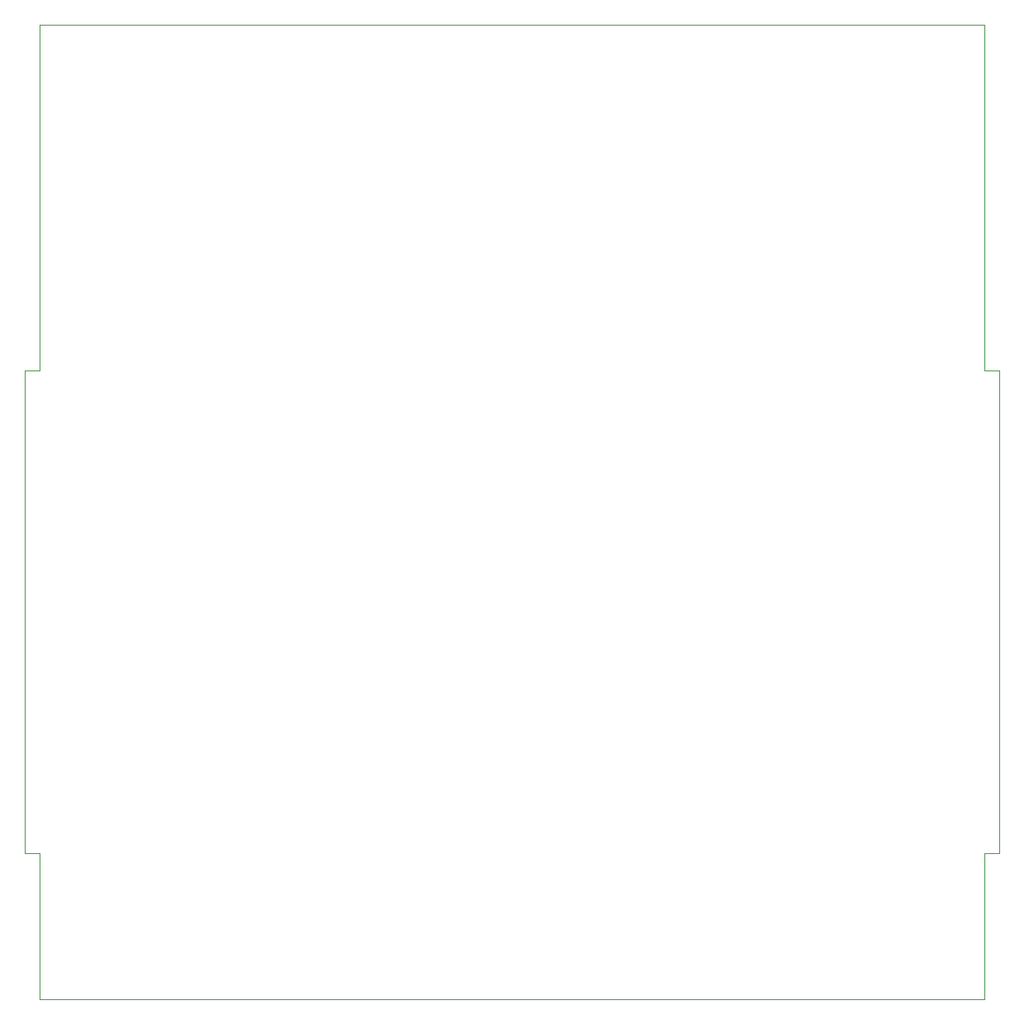
<source format=gbr>
%TF.GenerationSoftware,KiCad,Pcbnew,7.0.7*%
%TF.CreationDate,2023-10-03T09:28:03+02:00*%
%TF.ProjectId,pwmController,70776d43-6f6e-4747-926f-6c6c65722e6b,rev?*%
%TF.SameCoordinates,Original*%
%TF.FileFunction,Profile,NP*%
%FSLAX46Y46*%
G04 Gerber Fmt 4.6, Leading zero omitted, Abs format (unit mm)*
G04 Created by KiCad (PCBNEW 7.0.7) date 2023-10-03 09:28:03*
%MOMM*%
%LPD*%
G01*
G04 APERTURE LIST*
%TA.AperFunction,Profile*%
%ADD10C,0.050000*%
%TD*%
G04 APERTURE END LIST*
D10*
X188500000Y-68500000D02*
X188500000Y-118000000D01*
X188500000Y-68500000D02*
X187000000Y-68500000D01*
X187000000Y-118000000D02*
X188500000Y-118000000D01*
X187000000Y-33000000D02*
X90000000Y-33000000D01*
X90000000Y-118000000D02*
X90000000Y-133000000D01*
X187000000Y-68500000D02*
X187000000Y-33000000D01*
X90000000Y-133000000D02*
X187000000Y-133000000D01*
X88500000Y-118000000D02*
X88500000Y-68500000D01*
X90000000Y-33000000D02*
X90000000Y-68500000D01*
X187000000Y-133000000D02*
X187000000Y-118000000D01*
X88500000Y-118000000D02*
X90000000Y-118000000D01*
X90000000Y-68500000D02*
X88500000Y-68500000D01*
M02*

</source>
